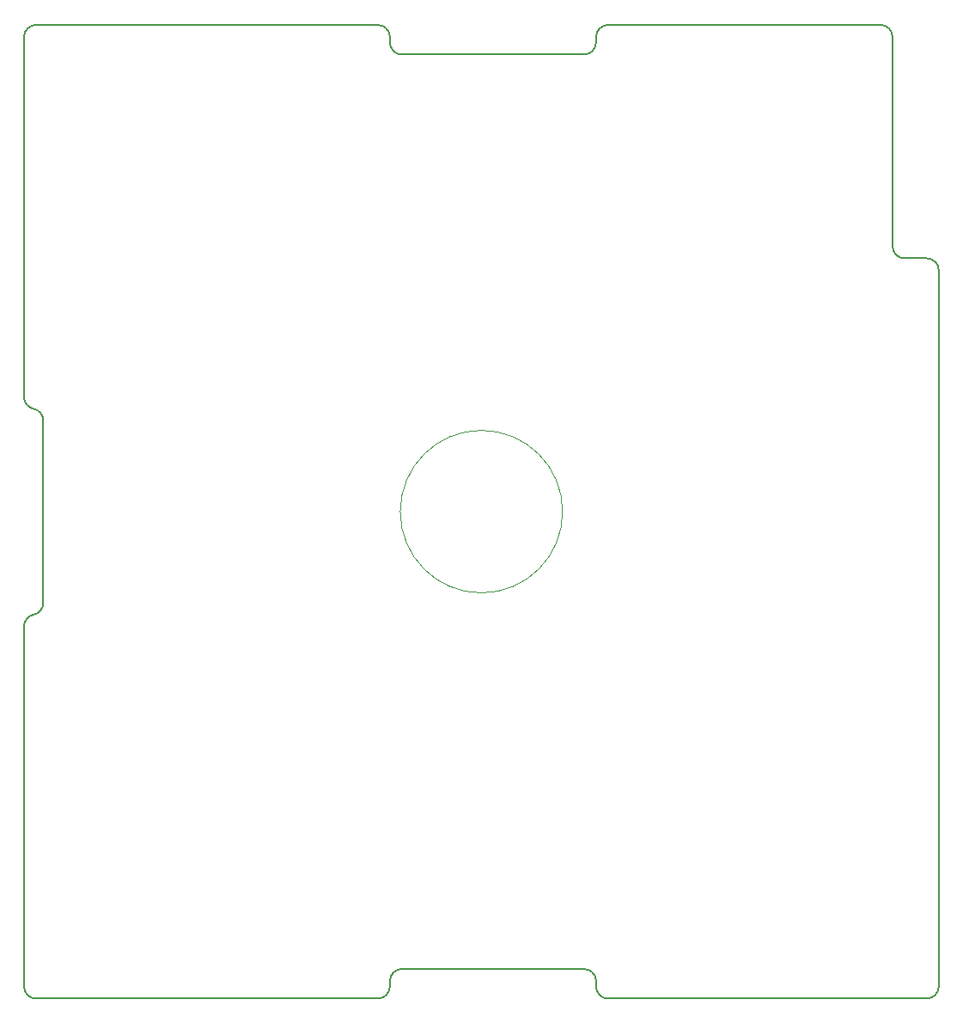
<source format=gm1>
%TF.GenerationSoftware,KiCad,Pcbnew,(6.0.4)*%
%TF.CreationDate,2022-07-08T23:35:13-04:00*%
%TF.ProjectId,Avionics_Board,4176696f-6e69-4637-935f-426f6172642e,rev?*%
%TF.SameCoordinates,Original*%
%TF.FileFunction,Profile,NP*%
%FSLAX46Y46*%
G04 Gerber Fmt 4.6, Leading zero omitted, Abs format (unit mm)*
G04 Created by KiCad (PCBNEW (6.0.4)) date 2022-07-08 23:35:13*
%MOMM*%
%LPD*%
G01*
G04 APERTURE LIST*
%TA.AperFunction,Profile*%
%ADD10C,0.200000*%
%TD*%
%TA.AperFunction,Profile*%
%ADD11C,0.100000*%
%TD*%
G04 APERTURE END LIST*
D10*
X62230000Y-158191200D02*
X62230000Y-122747018D01*
X117421200Y-66421000D02*
G75*
G03*
X118615000Y-65227200I0J1193800D01*
G01*
X63182500Y-121577859D02*
G75*
G03*
X64135000Y-120408700I-241300J1169159D01*
G01*
X151206200Y-159385000D02*
X119808800Y-159385000D01*
X147828000Y-85293200D02*
X147828000Y-64693800D01*
X117421200Y-66421000D02*
X99488800Y-66421000D01*
X64135000Y-102476300D02*
X64135000Y-120408700D01*
X119808800Y-63500000D02*
G75*
G03*
X118615000Y-64693800I0J-1193800D01*
G01*
X62230018Y-100137982D02*
G75*
G03*
X63182500Y-101307141I1193782J-18D01*
G01*
X98295000Y-65227200D02*
G75*
G03*
X99488800Y-66421000I1193800J0D01*
G01*
X62230000Y-100137982D02*
X62230000Y-64693800D01*
X152400000Y-87680800D02*
X152400000Y-158191200D01*
X63423800Y-63500000D02*
X97101200Y-63500000D01*
X64135000Y-102476300D02*
G75*
G03*
X63182500Y-101307141I-1193800J0D01*
G01*
X62230000Y-158191200D02*
G75*
G03*
X63423800Y-159385000I1193800J0D01*
G01*
X97101200Y-159385000D02*
X63423800Y-159385000D01*
X99488800Y-156464000D02*
G75*
G03*
X98295000Y-157657800I0J-1193800D01*
G01*
X118615000Y-158191200D02*
G75*
G03*
X119808800Y-159385000I1193800J0D01*
G01*
X98295000Y-64693800D02*
G75*
G03*
X97101200Y-63500000I-1193800J0D01*
G01*
X98295000Y-65227200D02*
X98295000Y-64693800D01*
D11*
X115321000Y-111430000D02*
G75*
G03*
X115321000Y-111430000I-8001000J0D01*
G01*
D10*
X151206200Y-86487000D02*
X149021800Y-86487000D01*
X119808800Y-63500000D02*
X146634200Y-63500000D01*
X151206200Y-159385000D02*
G75*
G03*
X152400000Y-158191200I0J1193800D01*
G01*
X118615000Y-64693800D02*
X118615000Y-65227200D01*
X63182496Y-121577842D02*
G75*
G03*
X62230000Y-122747018I241304J-1169158D01*
G01*
X147828000Y-64693800D02*
G75*
G03*
X146634200Y-63500000I-1193800J0D01*
G01*
X99488800Y-156464000D02*
X117421200Y-156464000D01*
X98295000Y-158191200D02*
X98295000Y-157657800D01*
X118615000Y-157657800D02*
X118615000Y-158191200D01*
X97101200Y-159385000D02*
G75*
G03*
X98295000Y-158191200I0J1193800D01*
G01*
X63423800Y-63500000D02*
G75*
G03*
X62230000Y-64693800I0J-1193800D01*
G01*
X118615000Y-157657800D02*
G75*
G03*
X117421200Y-156464000I-1193800J0D01*
G01*
X152400000Y-87680800D02*
G75*
G03*
X151206200Y-86487000I-1193800J0D01*
G01*
X147828000Y-85293200D02*
G75*
G03*
X149021800Y-86487000I1193800J0D01*
G01*
M02*

</source>
